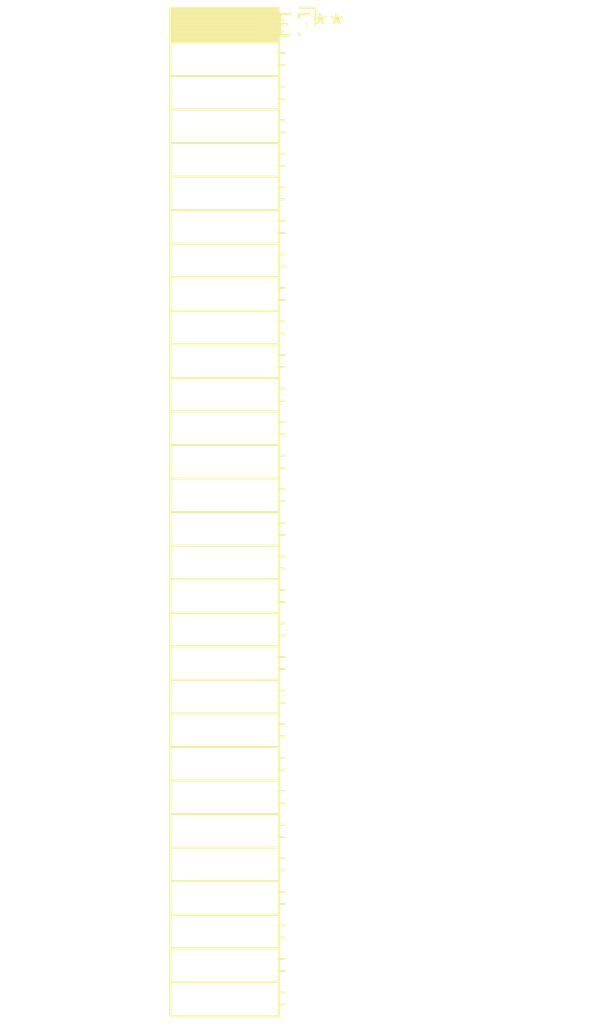
<source format=kicad_pcb>
(kicad_pcb (version 20240108) (generator pcbnew)
  (layers (0 "F.Cu" signal) (31 "B.Cu" signal) (34 "B.Paste" user) (35 "F.Paste" user) (36 "B.SilkS" user "B.Silkscreen") (37 "F.SilkS" user "F.Silkscreen") (38 "B.Mask" user) (39 "F.Mask" user) (44 "Edge.Cuts" user))
  (net 0 "")
  (footprint "PinSocket_1x30_P2.00mm_Horizontal" (layer "F.Cu") (at 0 0)
    (property "Reference" "REF**")
    (property "Value" "PinSocket_1x30_P2.00mm_Horizontal")
    (fp_line (start -7.68 -1.06) (end -7.68 59.06) (layer "F.SilkS") (stroke (width 0.12)))
    (fp_line (start -7.68 -1.06) (end -1.21 -1.06) (layer "F.SilkS") (stroke (width 0.12)))
    (fp_line (start -7.68 -0.94) (end -1.21 -0.94) (layer "F.SilkS") (stroke (width 0.12)))
    (fp_line (start -7.68 -0.825882) (end -1.21 -0.825882) (layer "F.SilkS") (stroke (width 0.12)))
    (fp_line (start -7.68 -0.711764) (end -1.21 -0.711764) (layer "F.SilkS") (stroke (width 0.12)))
    (fp_line (start -7.68 -0.597646) (end -1.21 -0.597646) (layer "F.SilkS") (stroke (width 0.12)))
    (fp_line (start -7.68 -0.483528) (end -1.21 -0.483528) (layer "F.SilkS") (stroke (width 0.12)))
    (fp_line (start -7.68 -0.36941) (end -1.21 -0.36941) (layer "F.SilkS") (stroke (width 0.12)))
    (fp_line (start -7.68 -0.255292) (end -1.21 -0.255292) (layer "F.SilkS") (stroke (width 0.12)))
    (fp_line (start -7.68 -0.141174) (end -1.21 -0.141174) (layer "F.SilkS") (stroke (width 0.12)))
    (fp_line (start -7.68 -0.027056) (end -1.21 -0.027056) (layer "F.SilkS") (stroke (width 0.12)))
    (fp_line (start -7.68 0.087062) (end -1.21 0.087062) (layer "F.SilkS") (stroke (width 0.12)))
    (fp_line (start -7.68 0.20118) (end -1.21 0.20118) (layer "F.SilkS") (stroke (width 0.12)))
    (fp_line (start -7.68 0.315298) (end -1.21 0.315298) (layer "F.SilkS") (stroke (width 0.12)))
    (fp_line (start -7.68 0.429416) (end -1.21 0.429416) (layer "F.SilkS") (stroke (width 0.12)))
    (fp_line (start -7.68 0.543534) (end -1.21 0.543534) (layer "F.SilkS") (stroke (width 0.12)))
    (fp_line (start -7.68 0.657652) (end -1.21 0.657652) (layer "F.SilkS") (stroke (width 0.12)))
    (fp_line (start -7.68 0.77177) (end -1.21 0.77177) (layer "F.SilkS") (stroke (width 0.12)))
    (fp_line (start -7.68 0.885888) (end -1.21 0.885888) (layer "F.SilkS") (stroke (width 0.12)))
    (fp_line (start -7.68 1) (end -1.21 1) (layer "F.SilkS") (stroke (width 0.12)))
    (fp_line (start -7.68 3) (end -1.21 3) (layer "F.SilkS") (stroke (width 0.12)))
    (fp_line (start -7.68 5) (end -1.21 5) (layer "F.SilkS") (stroke (width 0.12)))
    (fp_line (start -7.68 7) (end -1.21 7) (layer "F.SilkS") (stroke (width 0.12)))
    (fp_line (start -7.68 9) (end -1.21 9) (layer "F.SilkS") (stroke (width 0.12)))
    (fp_line (start -7.68 11) (end -1.21 11) (layer "F.SilkS") (stroke (width 0.12)))
    (fp_line (start -7.68 13) (end -1.21 13) (layer "F.SilkS") (stroke (width 0.12)))
    (fp_line (start -7.68 15) (end -1.21 15) (layer "F.SilkS") (stroke (width 0.12)))
    (fp_line (start -7.68 17) (end -1.21 17) (layer "F.SilkS") (stroke (width 0.12)))
    (fp_line (start -7.68 19) (end -1.21 19) (layer "F.SilkS") (stroke (width 0.12)))
    (fp_line (start -7.68 21) (end -1.21 21) (layer "F.SilkS") (stroke (width 0.12)))
    (fp_line (start -7.68 23) (end -1.21 23) (layer "F.SilkS") (stroke (width 0.12)))
    (fp_line (start -7.68 25) (end -1.21 25) (layer "F.SilkS") (stroke (width 0.12)))
    (fp_line (start -7.68 27) (end -1.21 27) (layer "F.SilkS") (stroke (width 0.12)))
    (fp_line (start -7.68 29) (end -1.21 29) (layer "F.SilkS") (stroke (width 0.12)))
    (fp_line (start -7.68 31) (end -1.21 31) (layer "F.SilkS") (stroke (width 0.12)))
    (fp_line (start -7.68 33) (end -1.21 33) (layer "F.SilkS") (stroke (width 0.12)))
    (fp_line (start -7.68 35) (end -1.21 35) (layer "F.SilkS") (stroke (width 0.12)))
    (fp_line (start -7.68 37) (end -1.21 37) (layer "F.SilkS") (stroke (width 0.12)))
    (fp_line (start -7.68 39) (end -1.21 39) (layer "F.SilkS") (stroke (width 0.12)))
    (fp_line (start -7.68 41) (end -1.21 41) (layer "F.SilkS") (stroke (width 0.12)))
    (fp_line (start -7.68 43) (end -1.21 43) (layer "F.SilkS") (stroke (width 0.12)))
    (fp_line (start -7.68 45) (end -1.21 45) (layer "F.SilkS") (stroke (width 0.12)))
    (fp_line (start -7.68 47) (end -1.21 47) (layer "F.SilkS") (stroke (width 0.12)))
    (fp_line (start -7.68 49) (end -1.21 49) (layer "F.SilkS") (stroke (width 0.12)))
    (fp_line (start -7.68 51) (end -1.21 51) (layer "F.SilkS") (stroke (width 0.12)))
    (fp_line (start -7.68 53) (end -1.21 53) (layer "F.SilkS") (stroke (width 0.12)))
    (fp_line (start -7.68 55) (end -1.21 55) (layer "F.SilkS") (stroke (width 0.12)))
    (fp_line (start -7.68 57) (end -1.21 57) (layer "F.SilkS") (stroke (width 0.12)))
    (fp_line (start -7.68 59.06) (end -1.21 59.06) (layer "F.SilkS") (stroke (width 0.12)))
    (fp_line (start -1.21 -1.06) (end -1.21 59.06) (layer "F.SilkS") (stroke (width 0.12)))
    (fp_line (start -1.21 -0.36) (end -0.935 -0.36) (layer "F.SilkS") (stroke (width 0.12)))
    (fp_line (start -1.21 0.36) (end -0.935 0.36) (layer "F.SilkS") (stroke (width 0.12)))
    (fp_line (start -1.21 1.64) (end -0.862917 1.64) (layer "F.SilkS") (stroke (width 0.12)))
    (fp_line (start -1.21 2.36) (end -0.862917 2.36) (layer "F.SilkS") (stroke (width 0.12)))
    (fp_line (start -1.21 3.64) (end -0.862917 3.64) (layer "F.SilkS") (stroke (width 0.12)))
    (fp_line (start -1.21 4.36) (end -0.862917 4.36) (layer "F.SilkS") (stroke (width 0.12)))
    (fp_line (start -1.21 5.64) (end -0.862917 5.64) (layer "F.SilkS") (stroke (width 0.12)))
    (fp_line (start -1.21 6.36) (end -0.862917 6.36) (layer "F.SilkS") (stroke (width 0.12)))
    (fp_line (start -1.21 7.64) (end -0.862917 7.64) (layer "F.SilkS") (stroke (width 0.12)))
    (fp_line (start -1.21 8.36) (end -0.862917 8.36) (layer "F.SilkS") (stroke (width 0.12)))
    (fp_line (start -1.21 9.64) (end -0.862917 9.64) (layer "F.SilkS") (stroke (width 0.12)))
    (fp_line (start -1.21 10.36) (end -0.862917 10.36) (layer "F.SilkS") (stroke (width 0.12)))
    (fp_line (start -1.21 11.64) (end -0.862917 11.64) (layer "F.SilkS") (stroke (width 0.12)))
    (fp_line (start -1.21 12.36) (end -0.862917 12.36) (layer "F.SilkS") (stroke (width 0.12)))
    (fp_line (start -1.21 13.64) (end -0.862917 13.64) (layer "F.SilkS") (stroke (width 0.12)))
    (fp_line (start -1.21 14.36) (end -0.862917 14.36) (layer "F.SilkS") (stroke (width 0.12)))
    (fp_line (start -1.21 15.64) (end -0.862917 15.64) (layer "F.SilkS") (stroke (width 0.12)))
    (fp_line (start -1.21 16.36) (end -0.862917 16.36) (layer "F.SilkS") (stroke (width 0.12)))
    (fp_line (start -1.21 17.64) (end -0.862917 17.64) (layer "F.SilkS") (stroke (width 0.12)))
    (fp_line (start -1.21 18.36) (end -0.862917 18.36) (layer "F.SilkS") (stroke (width 0.12)))
    (fp_line (start -1.21 19.64) (end -0.862917 19.64) (layer "F.SilkS") (stroke (width 0.12)))
    (fp_line (start -1.21 20.36) (end -0.862917 20.36) (layer "F.SilkS") (stroke (width 0.12)))
    (fp_line (start -1.21 21.64) (end -0.862917 21.64) (layer "F.SilkS") (stroke (width 0.12)))
    (fp_line (start -1.21 22.36) (end -0.862917 22.36) (layer "F.SilkS") (stroke (width 0.12)))
    (fp_line (start -1.21 23.64) (end -0.862917 23.64) (layer "F.SilkS") (stroke (width 0.12)))
    (fp_line (start -1.21 24.36) (end -0.862917 24.36) (layer "F.SilkS") (stroke (width 0.12)))
    (fp_line (start -1.21 25.64) (end -0.862917 25.64) (layer "F.SilkS") (stroke (width 0.12)))
    (fp_line (start -1.21 26.36) (end -0.862917 26.36) (layer "F.SilkS") (stroke (width 0.12)))
    (fp_line (start -1.21 27.64) (end -0.862917 27.64) (layer "F.SilkS") (stroke (width 0.12)))
    (fp_line (start -1.21 28.36) (end -0.862917 28.36) (layer "F.SilkS") (stroke (width 0.12)))
    (fp_line (start -1.21 29.64) (end -0.862917 29.64) (layer "F.SilkS") (stroke (width 0.12)))
    (fp_line (start -1.21 30.36) (end -0.862917 30.36) (layer "F.SilkS") (stroke (width 0.12)))
    (fp_line (start -1.21 31.64) (end -0.862917 31.64) (layer "F.SilkS") (stroke (width 0.12)))
    (fp_line (start -1.21 32.36) (end -0.862917 32.36) (layer "F.SilkS") (stroke (width 0.12)))
    (fp_line (start -1.21 33.64) (end -0.862917 33.64) (layer "F.SilkS") (stroke (width 0.12)))
    (fp_line (start -1.21 34.36) (end -0.862917 34.36) (layer "F.SilkS") (stroke (width 0.12)))
    (fp_line (start -1.21 35.64) (end -0.862917 35.64) (layer "F.SilkS") (stroke (width 0.12)))
    (fp_line (start -1.21 36.36) (end -0.862917 36.36) (layer "F.SilkS") (stroke (width 0.12)))
    (fp_line (start -1.21 37.64) (end -0.862917 37.64) (layer "F.SilkS") (stroke (width 0.12)))
    (fp_line (start -1.21 38.36) (end -0.862917 38.36) (layer "F.SilkS") (stroke (width 0.12)))
    (fp_line (start -1.21 39.64) (end -0.862917 39.64) (layer "F.SilkS") (stroke (width 0.12)))
    (fp_line (start -1.21 40.36) (end -0.862917 40.36) (layer "F.SilkS") (stroke (width 0.12)))
    (fp_line (start -1.21 41.64) (end -0.862917 41.64) (layer "F.SilkS") (stroke (width 0.12)))
    (fp_line (start -1.21 42.36) (end -0.862917 42.36) (layer "F.SilkS") (stroke (width 0.12)))
    (fp_line (start -1.21 43.64) (end -0.862917 43.64) (layer "F.SilkS") (stroke (width 0.12)))
    (fp_line (start -1.21 44.36) (end -0.862917 44.36) (layer "F.SilkS") (stroke (width 0.12)))
    (fp_line (start -1.21 45.64) (end -0.862917 45.64) (layer "F.SilkS") (stroke (width 0.12)))
    (fp_line (start -1.21 46.36) (end -0.862917 46.36) (layer "F.SilkS") (stroke (width 0.12)))
    (fp_line (start -1.21 47.64) (end -0.862917 47.64) (layer "F.SilkS") (stroke (width 0.12)))
    (fp_line (start -1.21 48.36) (end -0.862917 48.36) (layer "F.SilkS") (stroke (width 0.12)))
    (fp_line (start -1.21 49.64) (end -0.862917 49.64) (layer "F.SilkS") (stroke (width 0.12)))
    (fp_line (start -1.21 50.36) (end -0.862917 50.36) (layer "F.SilkS") (stroke (width 0.12)))
    (fp_line (start -1.21 51.64) (end -0.862917 51.64) (layer "F.SilkS") (stroke (width 0.12)))
    (fp_line (start -1.21 52.36) (end -0.862917 52.36) (layer "F.SilkS") (stroke (width 0.12)))
    (fp_line (start -1.21 53.64) (end -0.862917 53.64) (layer "F.SilkS") (stroke (width 0.12)))
    (fp_line (start -1.21 54.36) (end -0.862917 54.36) (layer "F.SilkS") (stroke (width 0.12)))
    (fp_line (start -1.21 55.64) (end -0.862917 55.64) (layer "F.SilkS") (stroke (width 0.12)))
    (fp_line (start -1.21 56.36) (end -0.862917 56.36) (layer "F.SilkS") (stroke (width 0.12)))
    (fp_line (start -1.21 57.64) (end -0.862917 57.64) (layer "F.SilkS") (stroke (width 0.12)))
    (fp_line (start -1.21 58.36) (end -0.862917 58.36) (layer "F.SilkS") (stroke (width 0.12)))
    (fp_line (start 0 -1.06) (end 0.935 -1.06) (layer "F.SilkS") (stroke (width 0.12)))
    (fp_line (start 0.935 -1.06) (end 0.935 0) (layer "F.SilkS") (stroke (width 0.12)))
    (pad "1" thru_hole rect (at 0 0) (size 1.35 1.35) (drill 0.8) (layers *.Cu *.Mask) (remove_unused_layers))
    (pad "2" thru_hole oval (at 0 2) (size 1.35 1.35) (drill 0.8) (layers *.Cu *.Mask) (remove_unused_layers))
    (pad "3" thru_hole oval (at 0 4) (size 1.35 1.35) (drill 0.8) (layers *.Cu *.Mask) (remove_unused_layers))
    (pad "4" thru_hole oval (at 0 6) (size 1.35 1.35) (drill 0.8) (layers *.Cu *.Mask) (remove_unused_layers))
    (pad "5" thru_hole oval (at 0 8) (size 1.35 1.35) (drill 0.8) (layers *.Cu *.Mask) (remove_unused_layers))
    (pad "6" thru_hole oval (at 0 10) (size 1.35 1.35) (drill 0.8) (layers *.Cu *.Mask) (remove_unused_layers))
    (pad "7" thru_hole oval (at 0 12) (size 1.35 1.35) (drill 0.8) (layers *.Cu *.Mask) (remove_unused_layers))
    (pad "8" thru_hole oval (at 0 14) (size 1.35 1.35) (drill 0.8) (layers *.Cu *.Mask) (remove_unused_layers))
    (pad "9" thru_hole oval (at 0 16) (size 1.35 1.35) (drill 0.8) (layers *.Cu *.Mask) (remove_unused_layers))
    (pad "10" thru_hole oval (at 0 18) (size 1.35 1.35) (drill 0.8) (layers *.Cu *.Mask) (remove_unused_layers))
    (pad "11" thru_hole oval (at 0 20) (size 1.35 1.35) (drill 0.8) (layers *.Cu *.Mask) (remove_unused_layers))
    (pad "12" thru_hole oval (at 0 22) (size 1.35 1.35) (drill 0.8) (layers *.Cu *.Mask) (remove_unused_layers))
    (pad "13" thru_hole oval (at 0 24) (size 1.35 1.35) (drill 0.8) (layers *.Cu *.Mask) (remove_unused_layers))
    (pad "14" thru_hole oval (at 0 26) (size 1.35 1.35) (drill 0.8) (layers *.Cu *.Mask) (remove_unused_layers))
    (pad "15" thru_hole oval (at 0 28) (size 1.35 1.35) (drill 0.8) (layers *.Cu *.Mask) (remove_unused_layers))
    (pad "16" thru_hole oval (at 0 30) (size 1.35 1.35) (drill 0.8) (layers *.Cu *.Mask) (remove_unused_layers))
    (pad "17" thru_hole oval (at 0 32) (size 1.35 1.35) (drill 0.8) (layers *.Cu *.Mask) (remove_unused_layers))
    (pad "18" thru_hole oval (at 0 34) (size 1.35 1.35) (drill 0.8) (layers *.Cu *.Mask) (remove_unused_layers))
    (pad "19" thru_hole oval (at 0 36) (size 1.35 1.35) (drill 0.8) (layers *.Cu *.Mask) (remove_unused_layers))
    (pad "20" thru_hole oval (at 0 38) (size 1.35 1.35) (drill 0.8) (layers *.Cu *.Mask) (remove_unused_layers))
    (pad "21" thru_hole oval (at 0 40) (size 1.35 1.35) (drill 0.8) (layers *.Cu *.Mask) (remove_unused_layers))
    (pad "22" thru_hole oval (at 0 42) (size 1.35 1.35) (drill 0.8) (layers *.Cu *.Mask) (remove_unused_layers))
    (pad "23" thru_hole oval (at 0 44) (size 1.35 1.35) (drill 0.8) (layers *.Cu *.Mask) (remove_unused_layers))
    (pad "24" thru_hole oval (at 0 46) (size 1.35 1.35) (drill 0.8) (layers *.Cu *.Mask) (remove_unused_layers))
    (pad "25" thru_hole oval (at 0 48) (size 1.35 1.35) (drill 0.8) (layers *.Cu *.Mask) (remove_unused_layers))
    (pad "26" thru_hole oval (at 0 50) (size 1.35 1.35) (drill 0.8) (layers *.Cu *.Mask) (remove_unused_layers))
    (pad "27" thru_hole oval (at 0 52) (size 1.35 1.35) (drill 0.8) (layers *.Cu *.Mask) (remove_unused_layers))
    (pad "28" thru_hole oval (at 0 54) (size 1.35 1.35) (drill 0.8) (layers *.Cu *.Mask) (remove_unused_layers))
    (pad "29" thru_hole oval (at 0 56) (size 1.35 1.35) (drill 0.8) (layers *.Cu *.Mask) (remove_unused_layers))
    (pad "30" thru_hole oval (at 0 58) (size 1.35 1.35) (drill 0.8) (layers *.Cu *.Mask) (remove_unused_layers))
  )
)
</source>
